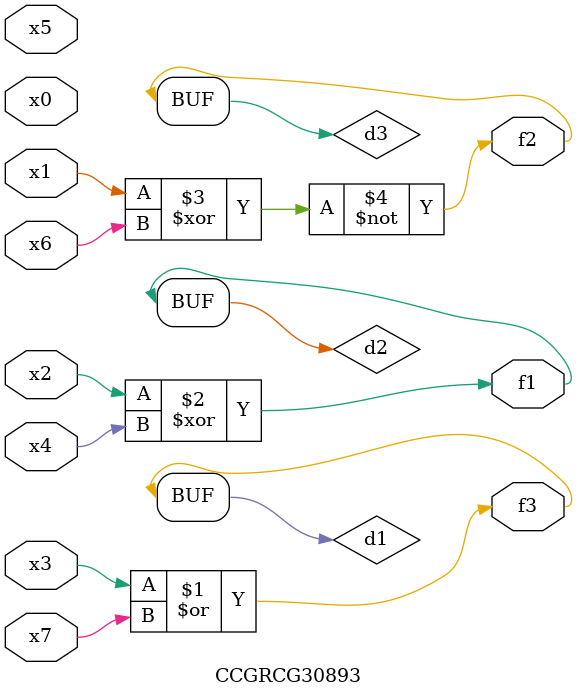
<source format=v>
module CCGRCG30893(
	input x0, x1, x2, x3, x4, x5, x6, x7,
	output f1, f2, f3
);

	wire d1, d2, d3;

	or (d1, x3, x7);
	xor (d2, x2, x4);
	xnor (d3, x1, x6);
	assign f1 = d2;
	assign f2 = d3;
	assign f3 = d1;
endmodule

</source>
